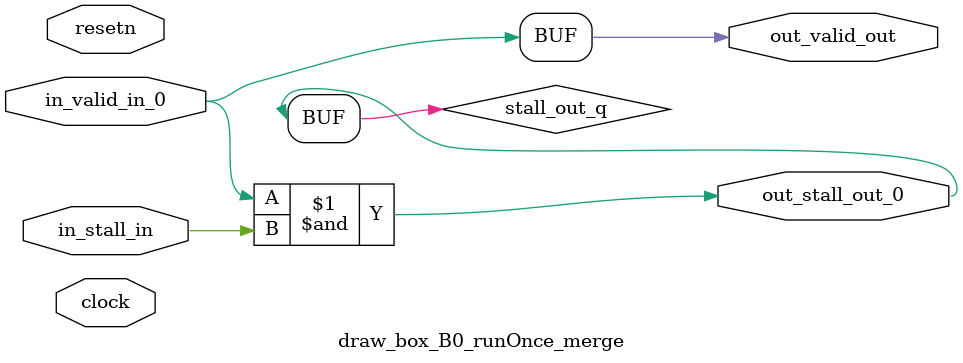
<source format=sv>



(* altera_attribute = "-name AUTO_SHIFT_REGISTER_RECOGNITION OFF; -name MESSAGE_DISABLE 10036; -name MESSAGE_DISABLE 10037; -name MESSAGE_DISABLE 14130; -name MESSAGE_DISABLE 14320; -name MESSAGE_DISABLE 15400; -name MESSAGE_DISABLE 14130; -name MESSAGE_DISABLE 10036; -name MESSAGE_DISABLE 12020; -name MESSAGE_DISABLE 12030; -name MESSAGE_DISABLE 12010; -name MESSAGE_DISABLE 12110; -name MESSAGE_DISABLE 14320; -name MESSAGE_DISABLE 13410; -name MESSAGE_DISABLE 113007; -name MESSAGE_DISABLE 10958" *)
module draw_box_B0_runOnce_merge (
    input wire [0:0] in_stall_in,
    input wire [0:0] in_valid_in_0,
    output wire [0:0] out_stall_out_0,
    output wire [0:0] out_valid_out,
    input wire clock,
    input wire resetn
    );

    wire [0:0] stall_out_q;


    // stall_out(LOGICAL,6)
    assign stall_out_q = in_valid_in_0 & in_stall_in;

    // out_stall_out_0(GPOUT,4)
    assign out_stall_out_0 = stall_out_q;

    // out_valid_out(GPOUT,5)
    assign out_valid_out = in_valid_in_0;

endmodule

</source>
